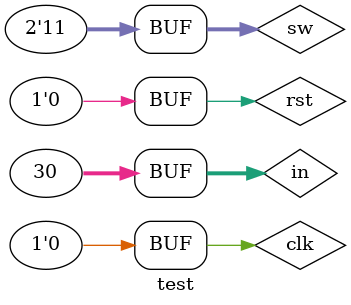
<source format=v>
`timescale 1ns / 1ps


module test;

	// Inputs
	reg clk;
	reg [1:0] sw;
	reg rst;

	// Outputs
	wire clk_out;

	// Instantiate the Unit Under Test (UUT)
	demo16 uut (
		.clk(clk), 
		.sw(sw), 
		.rst(rst), 
		.clk_out(clk_out)
	);
	integer in;
	initial begin
		// Initialize Inputs
		clk = 0;
		sw = 0;
		rst = 0;

		// Wait 100 ns for global reset to finish
		#100;
		clk=1;rst=1;#10;clk=0;rst=0;#10;
		for(in=0;in<30;in=in+1)
		begin
		clk=1;#1;clk=0;#1; 
		end
		clk=1;rst=1;#10;clk=0;rst=0;#10;
		sw=2'b01;
		for(in=0;in<30;in=in+1)
		begin
		clk=1;#1;clk=0;#1; 
		end
		clk=1;rst=1;#10;clk=0;rst=0;#10;
		sw=2'b10;
		for(in=0;in<30;in=in+1)
		begin
		clk=1;#1;clk=0;#1; 
		end
		clk=1;rst=1;#10;clk=0;rst=0;#10;
		sw=2'b11;		
		for(in=0;in<30;in=in+1)
		begin
		clk=1;#1;clk=0;#1; 
		end
        	
		// Add stimulus here

	end
      
endmodule

</source>
